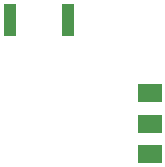
<source format=gtp>
G04 #@! TF.GenerationSoftware,KiCad,Pcbnew,(5.1.4)-1*
G04 #@! TF.CreationDate,2020-01-26T17:58:18+01:00*
G04 #@! TF.ProjectId,HM-LC-Sw1-Pl-DN-R1_S26,484d2d4c-432d-4537-9731-2d506c2d444e,rev?*
G04 #@! TF.SameCoordinates,Original*
G04 #@! TF.FileFunction,Paste,Top*
G04 #@! TF.FilePolarity,Positive*
%FSLAX46Y46*%
G04 Gerber Fmt 4.6, Leading zero omitted, Abs format (unit mm)*
G04 Created by KiCad (PCBNEW (5.1.4)-1) date 2020-01-26 17:58:18*
%MOMM*%
%LPD*%
G04 APERTURE LIST*
%ADD10R,1.000000X2.750000*%
%ADD11R,2.000000X1.500000*%
G04 APERTURE END LIST*
D10*
X156418280Y-100939600D03*
X151518280Y-100939600D03*
D11*
X163372800Y-112268000D03*
X163372800Y-107111800D03*
X163372800Y-109702600D03*
M02*

</source>
